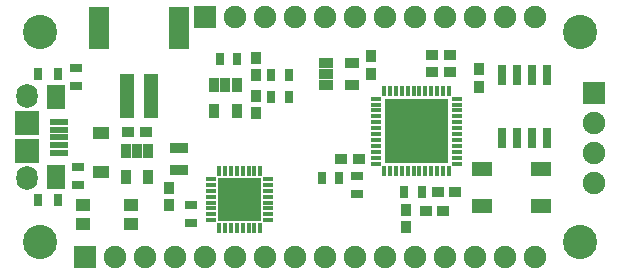
<source format=gbr>
G04 #@! TF.GenerationSoftware,KiCad,Pcbnew,(2017-09-09 revision 8c7175b)-master*
G04 #@! TF.CreationDate,2017-09-11T12:48:41-07:00*
G04 #@! TF.ProjectId,feather_ice40,666561746865725F69636534302E6B69,rev?*
G04 #@! TF.SameCoordinates,Original*
G04 #@! TF.FileFunction,Soldermask,Top*
G04 #@! TF.FilePolarity,Negative*
%FSLAX46Y46*%
G04 Gerber Fmt 4.6, Leading zero omitted, Abs format (unit mm)*
G04 Created by KiCad (PCBNEW (2017-09-09 revision 8c7175b)-master) date Monday, September 11, 2017 'PMt' 12:48:41 PM*
%MOMM*%
%LPD*%
G01*
G04 APERTURE LIST*
%ADD10R,1.200000X1.100000*%
%ADD11R,1.800000X1.200000*%
%ADD12O,1.900000X1.900000*%
%ADD13R,1.900000X1.900000*%
%ADD14R,0.800000X1.750000*%
%ADD15R,0.700000X1.100000*%
%ADD16R,1.100000X0.700000*%
%ADD17R,0.950000X1.000000*%
%ADD18R,1.000000X0.950000*%
%ADD19R,1.487500X1.487500*%
%ADD20R,0.900000X0.450000*%
%ADD21R,0.450000X0.900000*%
%ADD22R,1.500000X0.900000*%
%ADD23R,0.850000X1.260000*%
%ADD24R,1.260000X0.850000*%
%ADD25R,0.800000X1.000000*%
%ADD26C,2.900000*%
%ADD27R,1.600000X2.000000*%
%ADD28R,1.550000X0.600000*%
%ADD29R,2.100000X2.100000*%
%ADD30O,1.800000X2.100000*%
%ADD31R,1.700000X3.600000*%
%ADD32R,1.200000X3.700000*%
%ADD33R,1.400000X1.100000*%
%ADD34R,1.925000X1.925000*%
G04 APERTURE END LIST*
D10*
X101684040Y-79712720D03*
X101684040Y-78112720D03*
X97584040Y-79712720D03*
X97584040Y-78112720D03*
D11*
X131424040Y-75049580D03*
X131424040Y-78249580D03*
X136424040Y-75049580D03*
X136424040Y-78249580D03*
D12*
X140898880Y-76230480D03*
X140898880Y-73690480D03*
X140898880Y-71150480D03*
D13*
X140898880Y-68610480D03*
X97790000Y-82550000D03*
D12*
X100330000Y-82550000D03*
X102870000Y-82550000D03*
X105410000Y-82550000D03*
X107950000Y-82550000D03*
X110490000Y-82550000D03*
X113030000Y-82550000D03*
X115570000Y-82550000D03*
X118110000Y-82550000D03*
X120650000Y-82550000D03*
X123190000Y-82550000D03*
X125730000Y-82550000D03*
X128270000Y-82550000D03*
X130810000Y-82550000D03*
X133350000Y-82550000D03*
X135890000Y-82550000D03*
D13*
X107950000Y-62230000D03*
D12*
X110490000Y-62230000D03*
X113030000Y-62230000D03*
X115570000Y-62230000D03*
X118110000Y-62230000D03*
X120650000Y-62230000D03*
X123190000Y-62230000D03*
X125730000Y-62230000D03*
X128270000Y-62230000D03*
X130810000Y-62230000D03*
X133350000Y-62230000D03*
X135890000Y-62230000D03*
D14*
X133134100Y-67094120D03*
X134404100Y-67094120D03*
X135674100Y-67094120D03*
X136944100Y-67094120D03*
X136944100Y-72494120D03*
X135674100Y-72494120D03*
X134404100Y-72494120D03*
X133134100Y-72494120D03*
D15*
X115075400Y-68943220D03*
X113575400Y-68943220D03*
X119324820Y-75839320D03*
X117824820Y-75839320D03*
D16*
X120835420Y-77163360D03*
X120835420Y-75663360D03*
D17*
X131127500Y-68110800D03*
X131127500Y-66610800D03*
D18*
X119503760Y-74236580D03*
X121003760Y-74236580D03*
X129154620Y-77012800D03*
X127654620Y-77012800D03*
D17*
X124934980Y-78518320D03*
X124934980Y-80018320D03*
D18*
X128141160Y-78638400D03*
X126641160Y-78638400D03*
X127151700Y-66903600D03*
X128651700Y-66903600D03*
X128651700Y-65402460D03*
X127151700Y-65402460D03*
D19*
X127785710Y-69940590D03*
X126498210Y-69940590D03*
X125210710Y-69940590D03*
X123923210Y-69940590D03*
X127785710Y-71228090D03*
X126498210Y-71228090D03*
X125210710Y-71228090D03*
X123923210Y-71228090D03*
X127785710Y-72515590D03*
X126498210Y-72515590D03*
X125210710Y-72515590D03*
X123923210Y-72515590D03*
X127785710Y-73803090D03*
X126498210Y-73803090D03*
X125210710Y-73803090D03*
X123923210Y-73803090D03*
D20*
X129254460Y-69121840D03*
X129254460Y-69621840D03*
X129254460Y-70121840D03*
X129254460Y-70621840D03*
X129254460Y-71121840D03*
X129254460Y-71621840D03*
X129254460Y-72121840D03*
X129254460Y-72621840D03*
X129254460Y-73121840D03*
X129254460Y-73621840D03*
X129254460Y-74121840D03*
X129254460Y-74621840D03*
D21*
X128604460Y-75271840D03*
X128104460Y-75271840D03*
X127604460Y-75271840D03*
X127104460Y-75271840D03*
X126604460Y-75271840D03*
X126104460Y-75271840D03*
X125604460Y-75271840D03*
X125104460Y-75271840D03*
X124604460Y-75271840D03*
X124104460Y-75271840D03*
X123604460Y-75271840D03*
X123104460Y-75271840D03*
D20*
X122454460Y-74621840D03*
X122454460Y-74121840D03*
X122454460Y-73621840D03*
X122454460Y-73121840D03*
X122454460Y-72621840D03*
X122454460Y-72121840D03*
X122454460Y-71621840D03*
X122454460Y-71121840D03*
X122454460Y-70621840D03*
X122454460Y-70121840D03*
X122454460Y-69621840D03*
X122454460Y-69121840D03*
D21*
X123104460Y-68471840D03*
X123604460Y-68471840D03*
X124104460Y-68471840D03*
X124604460Y-68471840D03*
X125104460Y-68471840D03*
X125604460Y-68471840D03*
X126104460Y-68471840D03*
X126604460Y-68471840D03*
X127104460Y-68471840D03*
X127604460Y-68471840D03*
X128104460Y-68471840D03*
X128604460Y-68471840D03*
D15*
X113575400Y-67157600D03*
X115075400Y-67157600D03*
X124789500Y-77048360D03*
X126289500Y-77048360D03*
D22*
X105714800Y-73294200D03*
X105714800Y-75194200D03*
D16*
X106781600Y-79617000D03*
X106781600Y-78117000D03*
D17*
X112301020Y-68861240D03*
X112301020Y-70361240D03*
X122041920Y-67000820D03*
X122041920Y-65500820D03*
X104876600Y-78169200D03*
X104876600Y-76669200D03*
X112273080Y-65650680D03*
X112273080Y-67150680D03*
D18*
X102959600Y-71932800D03*
X101459600Y-71932800D03*
D15*
X110681200Y-65775840D03*
X109181200Y-65775840D03*
D16*
X97180400Y-74942000D03*
X97180400Y-76442000D03*
X97028000Y-66560000D03*
X97028000Y-68060000D03*
D23*
X110632280Y-70193080D03*
X108732280Y-70193080D03*
X108732280Y-67993080D03*
X109682280Y-67993080D03*
X110632280Y-67993080D03*
D24*
X118229200Y-66067900D03*
X118229200Y-67017900D03*
X118229200Y-67967900D03*
X120429200Y-67967900D03*
X120429200Y-66067900D03*
D23*
X103159600Y-75725200D03*
X101259600Y-75725200D03*
X101259600Y-73525200D03*
X102209600Y-73525200D03*
X103159600Y-73525200D03*
D25*
X95490400Y-67056000D03*
X93790400Y-67056000D03*
X93790400Y-77724000D03*
X95490400Y-77724000D03*
D26*
X139700000Y-81280000D03*
X139700000Y-63500000D03*
X93980000Y-81280000D03*
X93980000Y-63500000D03*
D27*
X95342500Y-68990000D03*
X95342500Y-75790000D03*
D28*
X95567500Y-71090000D03*
X95567500Y-71740000D03*
X95567500Y-72390000D03*
X95567500Y-73040000D03*
X95567500Y-73690000D03*
D29*
X92892500Y-71190000D03*
X92892500Y-73590000D03*
D30*
X92892500Y-68940000D03*
X92892500Y-75840000D03*
D31*
X99012000Y-63165000D03*
X105712000Y-63165000D03*
D32*
X101362000Y-68915000D03*
X103362000Y-68915000D03*
D33*
X99161600Y-72010000D03*
X99161600Y-75310000D03*
D34*
X110021500Y-78533100D03*
X111746500Y-78533100D03*
X110021500Y-76808100D03*
X111746500Y-76808100D03*
D20*
X108484000Y-79420600D03*
X108484000Y-78920600D03*
X108484000Y-78420600D03*
X108484000Y-77920600D03*
X108484000Y-77420600D03*
X108484000Y-76920600D03*
X108484000Y-76420600D03*
X108484000Y-75920600D03*
D21*
X109134000Y-75270600D03*
X109634000Y-75270600D03*
X110134000Y-75270600D03*
X110634000Y-75270600D03*
X111134000Y-75270600D03*
X111634000Y-75270600D03*
X112134000Y-75270600D03*
X112634000Y-75270600D03*
D20*
X113284000Y-75920600D03*
X113284000Y-76420600D03*
X113284000Y-76920600D03*
X113284000Y-77420600D03*
X113284000Y-77920600D03*
X113284000Y-78420600D03*
X113284000Y-78920600D03*
X113284000Y-79420600D03*
D21*
X112634000Y-80070600D03*
X112134000Y-80070600D03*
X111634000Y-80070600D03*
X111134000Y-80070600D03*
X110634000Y-80070600D03*
X110134000Y-80070600D03*
X109634000Y-80070600D03*
X109134000Y-80070600D03*
M02*

</source>
